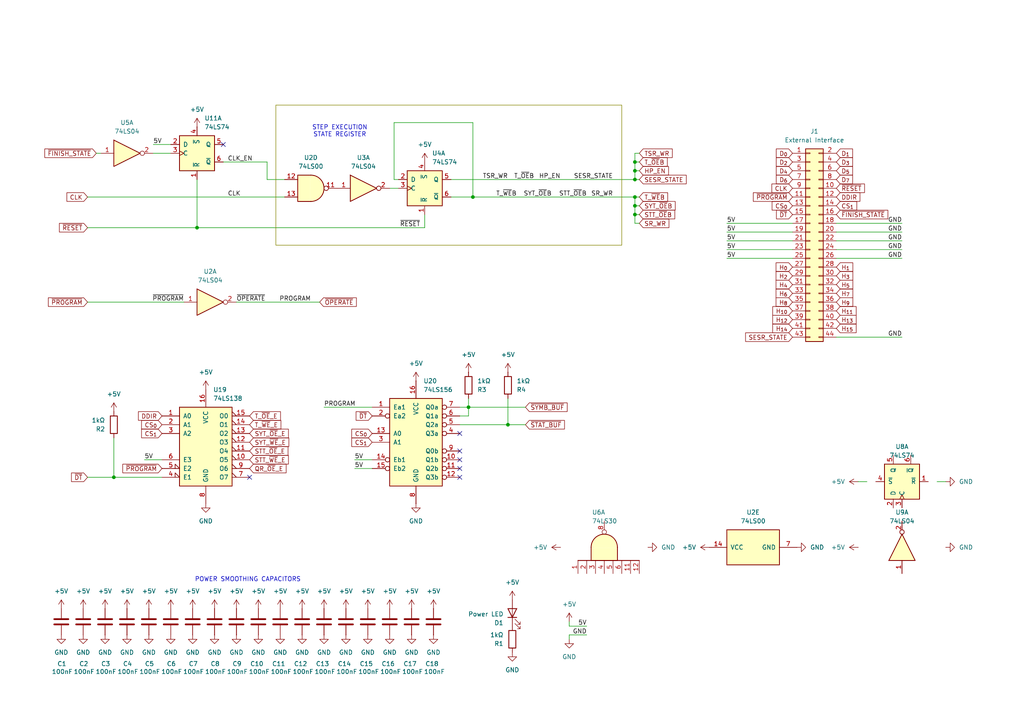
<source format=kicad_sch>
(kicad_sch (version 20250114) (generator "eeschema") (generator_version "9.0")
  (paper "A4")
  (lib_symbols
    (symbol "74xx:74LS00" (pin_names (offset 1.016))
      (property "Reference" "U" (at 0 1.27 0))
      (property "Value" "74LS00" (at 0 -1.27 0))
      (symbol "74LS00_1_1"
        (pin input line (at -7.62 2.54 0) (length 3.81) (name "~") (number "1"))
        (pin input line (at -7.62 -2.54 0) (length 3.81) (name "~") (number "2"))
        (pin output inverted (at 7.62 0 180) (length 3.81) (name "~") (number "3"))
      )
      (symbol "74LS00_1_2"
        (pin input inverted (at -7.62 2.54 0) (length 4.318) (name "~") (number "1"))
        (pin input inverted (at -7.62 -2.54 0) (length 4.318) (name "~") (number "2"))
        (pin output line (at 7.62 0 180) (length 3.81) (name "~") (number "3"))
      )
      (symbol "74LS00_2_1"
        (pin input line (at -7.62 2.54 0) (length 3.81) (name "~") (number "4"))
        (pin input line (at -7.62 -2.54 0) (length 3.81) (name "~") (number "5"))
        (pin output inverted (at 7.62 0 180) (length 3.81) (name "~") (number "6"))
      )
      (symbol "74LS00_2_2"
        (pin input inverted (at -7.62 2.54 0) (length 4.318) (name "~") (number "4"))
        (pin input inverted (at -7.62 -2.54 0) (length 4.318) (name "~") (number "5"))
        (pin output line (at 7.62 0 180) (length 3.81) (name "~") (number "6"))
      )
      (symbol "74LS00_3_1"
        (pin input line (at -7.62 2.54 0) (length 3.81) (name "~") (number "9"))
        (pin input line (at -7.62 -2.54 0) (length 3.81) (name "~") (number "10"))
        (pin output inverted (at 7.62 0 180) (length 3.81) (name "~") (number "8"))
      )
      (symbol "74LS00_3_2"
        (pin input inverted (at -7.62 2.54 0) (length 4.318) (name "~") (number "9"))
        (pin input inverted (at -7.62 -2.54 0) (length 4.318) (name "~") (number "10"))
        (pin output line (at 7.62 0 180) (length 3.81) (name "~") (number "8"))
      )
      (symbol "74LS00_4_1"
        (pin input line (at -7.62 2.54 0) (length 3.81) (name "~") (number "12"))
        (pin input line (at -7.62 -2.54 0) (length 3.81) (name "~") (number "13"))
        (pin output inverted (at 7.62 0 180) (length 3.81) (name "~") (number "11"))
      )
      (symbol "74LS00_4_2"
        (pin input inverted (at -7.62 2.54 0) (length 4.318) (name "~") (number "12"))
        (pin input inverted (at -7.62 -2.54 0) (length 4.318) (name "~") (number "13"))
        (pin output line (at 7.62 0 180) (length 3.81) (name "~") (number "11"))
      )
      (symbol "74LS00_5_0"
        (pin power_in line (at 0 12.7 270) (length 5.08) (name "VCC") (number "14"))
        (pin power_in line (at 0 -12.7 90) (length 5.08) (name "GND") (number "7"))
      )
    )
    (symbol "74xx:74LS04"
      (property "Reference" "U" (at 0 1.27 0))
      (property "Value" "74LS04" (at 0 -1.27 0))
      (symbol "74LS04_1_0"
        (pin input line (at -7.62 0 0) (length 3.81) (name "~") (number "1"))
        (pin output inverted (at 7.62 0 180) (length 3.81) (name "~") (number "2"))
      )
      (symbol "74LS04_2_0"
        (pin input line (at -7.62 0 0) (length 3.81) (name "~") (number "3"))
        (pin output inverted (at 7.62 0 180) (length 3.81) (name "~") (number "4"))
      )
      (symbol "74LS04_3_0"
        (pin input line (at -7.62 0 0) (length 3.81) (name "~") (number "5"))
        (pin output inverted (at 7.62 0 180) (length 3.81) (name "~") (number "6"))
      )
      (symbol "74LS04_4_0"
        (pin input line (at -7.62 0 0) (length 3.81) (name "~") (number "9"))
        (pin output inverted (at 7.62 0 180) (length 3.81) (name "~") (number "8"))
      )
      (symbol "74LS04_5_0"
        (pin input line (at -7.62 0 0) (length 3.81) (name "~") (number "11"))
        (pin output inverted (at 7.62 0 180) (length 3.81) (name "~") (number "10"))
      )
      (symbol "74LS04_6_0"
        (pin input line (at -7.62 0 0) (length 3.81) (name "~") (number "13"))
        (pin output inverted (at 7.62 0 180) (length 3.81) (name "~") (number "12"))
      )
      (symbol "74LS04_7_0"
        (pin power_in line (at 0 12.7 270) (length 5.08) (name "VCC") (number "14"))
        (pin power_in line (at 0 -12.7 90) (length 5.08) (name "GND") (number "7"))
      )
    )
    (symbol "74xx:74LS138" (pin_names (offset 1.016))
      (property "Reference" "U" (at -7.62 11.43 0))
      (property "Value" "74LS138" (at -7.62 -13.97 0))
      (symbol "74LS138_1_0"
        (pin input line (at -12.7 7.62 0) (length 5.08) (name "A0") (number "1"))
        (pin input line (at -12.7 5.08 0) (length 5.08) (name "A1") (number "2"))
        (pin input line (at -12.7 2.54 0) (length 5.08) (name "A2") (number "3"))
        (pin input line (at -12.7 -5.08 0) (length 5.08) (name "E3") (number "6"))
        (pin input input_low (at -12.7 -7.62 0) (length 5.08) (name "E2") (number "5"))
        (pin input input_low (at -12.7 -10.16 0) (length 5.08) (name "E1") (number "4"))
        (pin power_in line (at 0 15.24 270) (length 5.08) (name "VCC") (number "16"))
        (pin power_in line (at 0 -17.78 90) (length 5.08) (name "GND") (number "8"))
        (pin output output_low (at 12.7 7.62 180) (length 5.08) (name "O0") (number "15"))
        (pin output output_low (at 12.7 5.08 180) (length 5.08) (name "O1") (number "14"))
        (pin output output_low (at 12.7 2.54 180) (length 5.08) (name "O2") (number "13"))
        (pin output output_low (at 12.7 0 180) (length 5.08) (name "O3") (number "12"))
        (pin output output_low (at 12.7 -2.54 180) (length 5.08) (name "O4") (number "11"))
        (pin output output_low (at 12.7 -5.08 180) (length 5.08) (name "O5") (number "10"))
        (pin output output_low (at 12.7 -7.62 180) (length 5.08) (name "O6") (number "9"))
        (pin output output_low (at 12.7 -10.16 180) (length 5.08) (name "O7") (number "7"))
      )
    )
    (symbol "74xx:74LS156" (pin_names (offset 1.016))
      (property "Reference" "U" (at -7.62 13.97 0))
      (property "Value" "74LS156" (at -7.62 -13.97 0))
      (symbol "74LS156_1_0"
        (pin input line (at -12.7 10.16 0) (length 5.08) (name "Ea1") (number "1"))
        (pin input inverted (at -12.7 7.62 0) (length 5.08) (name "Ea2") (number "2"))
        (pin input line (at -12.7 2.54 0) (length 5.08) (name "A0") (number "13"))
        (pin input line (at -12.7 0 0) (length 5.08) (name "A1") (number "3"))
        (pin input inverted (at -12.7 -5.08 0) (length 5.08) (name "Eb1") (number "14"))
        (pin input inverted (at -12.7 -7.62 0) (length 5.08) (name "Eb2") (number "15"))
        (pin power_in line (at 0 17.78 270) (length 5.08) (name "VCC") (number "16"))
        (pin power_in line (at 0 -17.78 90) (length 5.08) (name "GND") (number "8"))
        (pin output inverted (at 12.7 10.16 180) (length 5.08) (name "Q0a") (number "7"))
        (pin output inverted (at 12.7 7.62 180) (length 5.08) (name "Q1a") (number "6"))
        (pin output inverted (at 12.7 5.08 180) (length 5.08) (name "Q2a") (number "5"))
        (pin output inverted (at 12.7 2.54 180) (length 5.08) (name "Q3a") (number "4"))
        (pin output inverted (at 12.7 -2.54 180) (length 5.08) (name "Q0b") (number "9"))
        (pin output inverted (at 12.7 -5.08 180) (length 5.08) (name "Q1b") (number "10"))
        (pin output inverted (at 12.7 -7.62 180) (length 5.08) (name "Q2b") (number "11"))
        (pin output inverted (at 12.7 -10.16 180) (length 5.08) (name "Q3b") (number "12"))
      )
    )
    (symbol "74xx:74LS30" (pin_names (offset 1.016))
      (property "Reference" "U" (at 0 1.27 0))
      (property "Value" "74LS30" (at 0 -1.27 0))
      (symbol "74LS30_1_1"
        (pin input line (at -7.62 7.62 0) (length 3.81) (name "~") (number "1"))
        (pin input line (at -7.62 5.08 0) (length 3.81) (name "~") (number "2"))
        (pin input line (at -7.62 2.54 0) (length 3.81) (name "~") (number "3"))
        (pin input line (at -7.62 0 0) (length 3.81) (name "~") (number "4"))
        (pin input line (at -7.62 -2.54 0) (length 3.81) (name "~") (number "5"))
        (pin input line (at -7.62 -5.08 0) (length 3.81) (name "~") (number "6"))
        (pin input line (at -7.62 -7.62 0) (length 3.81) (name "~") (number "11"))
        (pin input line (at -7.62 -10.16 0) (length 3.81) (name "~") (number "12"))
        (pin output inverted (at 7.62 0 180) (length 3.81) (name "~") (number "8"))
      )
      (symbol "74LS30_1_2"
        (pin input inverted (at -7.62 7.62 0) (length 3.81) (name "~") (number "1"))
        (pin input inverted (at -7.62 5.08 0) (length 3.81) (name "~") (number "2"))
        (pin input inverted (at -7.62 2.54 0) (length 4.5466) (name "~") (number "3"))
        (pin input inverted (at -7.62 0 0) (length 5.08) (name "~") (number "4"))
        (pin input inverted (at -7.62 -2.54 0) (length 4.5466) (name "~") (number "5"))
        (pin input inverted (at -7.62 -5.08 0) (length 3.81) (name "~") (number "6"))
        (pin input inverted (at -7.62 -7.62 0) (length 3.81) (name "~") (number "11"))
        (pin input inverted (at -7.62 -10.16 0) (length 3.81) (name "~") (number "12"))
        (pin output line (at 7.62 0 180) (length 3.81) (name "~") (number "8"))
      )
      (symbol "74LS30_2_0"
        (pin power_in line (at 0 12.7 270) (length 5.08) (name "VCC") (number "14"))
        (pin power_in line (at 0 -12.7 90) (length 5.08) (name "GND") (number "7"))
      )
    )
    (symbol "74xx:74LS74" (pin_names (offset 1.016))
      (property "Reference" "U" (at -7.62 8.89 0))
      (property "Value" "74LS74" (at -7.62 -8.89 0))
      (symbol "74LS74_1_0"
        (pin input line (at -7.62 2.54 0) (length 2.54) (name "D") (number "2"))
        (pin input clock (at -7.62 0 0) (length 2.54) (name "C") (number "3"))
        (pin input line (at 0 7.62 270) (length 2.54) (name "~{S}") (number "4"))
        (pin input line (at 0 -7.62 90) (length 2.54) (name "~{R}") (number "1"))
        (pin output line (at 7.62 2.54 180) (length 2.54) (name "Q") (number "5"))
        (pin output line (at 7.62 -2.54 180) (length 2.54) (name "~{Q}") (number "6"))
      )
      (symbol "74LS74_2_0"
        (pin input line (at -7.62 2.54 0) (length 2.54) (name "D") (number "12"))
        (pin input clock (at -7.62 0 0) (length 2.54) (name "C") (number "11"))
        (pin input line (at 0 7.62 270) (length 2.54) (name "~{S}") (number "10"))
        (pin input line (at 0 -7.62 90) (length 2.54) (name "~{R}") (number "13"))
        (pin output line (at 7.62 2.54 180) (length 2.54) (name "Q") (number "9"))
        (pin output line (at 7.62 -2.54 180) (length 2.54) (name "~{Q}") (number "8"))
      )
      (symbol "74LS74_3_0"
        (pin power_in line (at 0 10.16 270) (length 2.54) (name "VCC") (number "14"))
        (pin power_in line (at 0 -10.16 90) (length 2.54) (name "GND") (number "7"))
      )
    )
    (symbol "Connector_Generic:Conn_02x22_Odd_Even" (pin_names (offset 1.016) (hide yes))
      (property "Reference" "J" (at 1.27 27.94 0))
      (property "Value" "Conn_02x22_Odd_Even" (at 1.27 -30.48 0))
      (symbol "Conn_02x22_Odd_Even_1_1"
        (pin passive line (at -5.08 25.4 0) (length 3.81) (name "Pin_1") (number "1"))
        (pin passive line (at -5.08 22.86 0) (length 3.81) (name "Pin_3") (number "3"))
        (pin passive line (at -5.08 20.32 0) (length 3.81) (name "Pin_5") (number "5"))
        (pin passive line (at -5.08 17.78 0) (length 3.81) (name "Pin_7") (number "7"))
        (pin passive line (at -5.08 15.24 0) (length 3.81) (name "Pin_9") (number "9"))
        (pin passive line (at -5.08 12.7 0) (length 3.81) (name "Pin_11") (number "11"))
        (pin passive line (at -5.08 10.16 0) (length 3.81) (name "Pin_13") (number "13"))
        (pin passive line (at -5.08 7.62 0) (length 3.81) (name "Pin_15") (number "15"))
        (pin passive line (at -5.08 5.08 0) (length 3.81) (name "Pin_17") (number "17"))
        (pin passive line (at -5.08 2.54 0) (length 3.81) (name "Pin_19") (number "19"))
        (pin passive line (at -5.08 0 0) (length 3.81) (name "Pin_21") (number "21"))
        (pin passive line (at -5.08 -2.54 0) (length 3.81) (name "Pin_23") (number "23"))
        (pin passive line (at -5.08 -5.08 0) (length 3.81) (name "Pin_25") (number "25"))
        (pin passive line (at -5.08 -7.62 0) (length 3.81) (name "Pin_27") (number "27"))
        (pin passive line (at -5.08 -10.16 0) (length 3.81) (name "Pin_29") (number "29"))
        (pin passive line (at -5.08 -12.7 0) (length 3.81) (name "Pin_31") (number "31"))
        (pin passive line (at -5.08 -15.24 0) (length 3.81) (name "Pin_33") (number "33"))
        (pin passive line (at -5.08 -17.78 0) (length 3.81) (name "Pin_35") (number "35"))
        (pin passive line (at -5.08 -20.32 0) (length 3.81) (name "Pin_37") (number "37"))
        (pin passive line (at -5.08 -22.86 0) (length 3.81) (name "Pin_39") (number "39"))
        (pin passive line (at -5.08 -25.4 0) (length 3.81) (name "Pin_41") (number "41"))
        (pin passive line (at -5.08 -27.94 0) (length 3.81) (name "Pin_43") (number "43"))
        (pin passive line (at 7.62 25.4 180) (length 3.81) (name "Pin_2") (number "2"))
        (pin passive line (at 7.62 22.86 180) (length 3.81) (name "Pin_4") (number "4"))
        (pin passive line (at 7.62 20.32 180) (length 3.81) (name "Pin_6") (number "6"))
        (pin passive line (at 7.62 17.78 180) (length 3.81) (name "Pin_8") (number "8"))
        (pin passive line (at 7.62 15.24 180) (length 3.81) (name "Pin_10") (number "10"))
        (pin passive line (at 7.62 12.7 180) (length 3.81) (name "Pin_12") (number "12"))
        (pin passive line (at 7.62 10.16 180) (length 3.81) (name "Pin_14") (number "14"))
        (pin passive line (at 7.62 7.62 180) (length 3.81) (name "Pin_16") (number "16"))
        (pin passive line (at 7.62 5.08 180) (length 3.81) (name "Pin_18") (number "18"))
        (pin passive line (at 7.62 2.54 180) (length 3.81) (name "Pin_20") (number "20"))
        (pin passive line (at 7.62 0 180) (length 3.81) (name "Pin_22") (number "22"))
        (pin passive line (at 7.62 -2.54 180) (length 3.81) (name "Pin_24") (number "24"))
        (pin passive line (at 7.62 -5.08 180) (length 3.81) (name "Pin_26") (number "26"))
        (pin passive line (at 7.62 -7.62 180) (length 3.81) (name "Pin_28") (number "28"))
        (pin passive line (at 7.62 -10.16 180) (length 3.81) (name "Pin_30") (number "30"))
        (pin passive line (at 7.62 -12.7 180) (length 3.81) (name "Pin_32") (number "32"))
        (pin passive line (at 7.62 -15.24 180) (length 3.81) (name "Pin_34") (number "34"))
        (pin passive line (at 7.62 -17.78 180) (length 3.81) (name "Pin_36") (number "36"))
        (pin passive line (at 7.62 -20.32 180) (length 3.81) (name "Pin_38") (number "38"))
        (pin passive line (at 7.62 -22.86 180) (length 3.81) (name "Pin_40") (number "40"))
        (pin passive line (at 7.62 -25.4 180) (length 3.81) (name "Pin_42") (number "42"))
        (pin passive line (at 7.62 -27.94 180) (length 3.81) (name "Pin_44") (number "44"))
      )
    )
    (symbol "Device:C" (pin_numbers (hide yes)) (pin_names (offset 0.254))
      (property "Reference" "C" (at 0.635 2.54 0))
      (property "Value" "C" (at 0.635 -2.54 0))
      (symbol "C_1_1"
        (pin passive line (at 0 3.81 270) (length 2.794) (name "~") (number "1"))
        (pin passive line (at 0 -3.81 90) (length 2.794) (name "~") (number "2"))
      )
    )
    (symbol "Device:LED" (pin_numbers (hide yes)) (pin_names (offset 1.016) (hide yes))
      (property "Reference" "D" (at 0 2.54 0))
      (property "Value" "LED" (at 0 -2.54 0))
      (symbol "LED_1_1"
        (pin passive line (at -3.81 0 0) (length 2.54) (name "K") (number "1"))
        (pin passive line (at 3.81 0 180) (length 2.54) (name "A") (number "2"))
      )
    )
    (symbol "Device:R" (pin_numbers (hide yes)) (pin_names (offset 0))
      (property "Reference" "R" (at 2.032 0 90))
      (property "Value" "R" (at 0 0 90))
      (symbol "R_1_1"
        (pin passive line (at 0 3.81 270) (length 1.27) (name "~") (number "1"))
        (pin passive line (at 0 -3.81 90) (length 1.27) (name "~") (number "2"))
      )
    )
    (symbol "power:+5V" (power) (pin_numbers (hide yes)) (pin_names (offset 0) (hide yes))
      (property "Value" "+5V" (at 0 3.556 0))
      (symbol "+5V_1_1"
        (pin power_in line (at 0 0 90) (length 0) (name "~") (number "1"))
      )
    )
    (symbol "power:GND" (power) (pin_numbers (hide yes)) (pin_names (offset 0) (hide yes))
      (property "Value" "GND" (at 0 -3.81 0))
      (symbol "GND_1_1"
        (pin power_in line (at 0 0 270) (length 0) (name "~") (number "1"))
      )
    )
  )
  (rectangle (start 80.01 30.48) (end 180.34 71.12) (stroke (width 0) (color 132 132 0 1)))
  (text "STEP EXECUTION\nSTATE REGISTER" (at 98.552 38.1 0) (effects (font (size 1.27 1.27))))
  (text "POWER SMOOTHING CAPACITORS" (at 71.882 168.148 0) (effects (font (size 1.27 1.27))))
  (junction (at 147.32 123.19))
  (junction (at 184.15 62.23))
  (junction (at 184.15 57.15))
  (junction (at 57.15 66.04))
  (junction (at 135.89 118.11))
  (junction (at 184.15 52.07))
  (junction (at 184.15 49.53))
  (junction (at 33.02 138.43))
  (junction (at 184.15 59.69))
  (junction (at 137.16 57.15))
  (junction (at 184.15 46.99))
  (no_connect (at 133.35 138.43))
  (no_connect (at 133.35 125.73))
  (no_connect (at 133.35 133.35))
  (no_connect (at 133.35 130.81))
  (no_connect (at 64.77 41.91))
  (no_connect (at 133.35 135.89))
  (no_connect (at 72.39 138.43))
  (wire (pts (xy 135.89 115.57) (xy 135.89 118.11)))
  (wire (pts (xy 165.1 180.34) (xy 165.1 181.61)))
  (wire (pts (xy 261.62 69.85) (xy 242.57 69.85)))
  (wire (pts (xy 261.62 67.31) (xy 242.57 67.31)))
  (wire (pts (xy 93.98 118.11) (xy 107.95 118.11)))
  (wire (pts (xy 165.1 184.15) (xy 170.18 184.15)))
  (wire (pts (xy 185.42 57.15) (xy 184.15 57.15)))
  (wire (pts (xy 184.15 59.69) (xy 185.42 59.69)))
  (wire (pts (xy 137.16 57.15) (xy 184.15 57.15)))
  (wire (pts (xy 114.3 52.07) (xy 115.57 52.07)))
  (wire (pts (xy 44.45 44.45) (xy 49.53 44.45)))
  (wire (pts (xy 184.15 64.77) (xy 185.42 64.77)))
  (wire (pts (xy 107.95 135.89) (xy 102.87 135.89)))
  (wire (pts (xy 113.03 54.61) (xy 115.57 54.61)))
  (wire (pts (xy 210.82 74.93) (xy 229.87 74.93)))
  (wire (pts (xy 137.16 35.56) (xy 114.3 35.56)))
  (wire (pts (xy 57.15 66.04) (xy 123.19 66.04)))
  (wire (pts (xy 184.15 62.23) (xy 184.15 64.77)))
  (wire (pts (xy 261.62 97.79) (xy 242.57 97.79)))
  (wire (pts (xy 25.4 138.43) (xy 33.02 138.43)))
  (wire (pts (xy 135.89 120.65) (xy 135.89 118.11)))
  (wire (pts (xy 210.82 64.77) (xy 229.87 64.77)))
  (wire (pts (xy 152.4 118.11) (xy 135.89 118.11)))
  (wire (pts (xy 77.47 52.07) (xy 82.55 52.07)))
  (wire (pts (xy 210.82 69.85) (xy 229.87 69.85)))
  (wire (pts (xy 261.62 74.93) (xy 242.57 74.93)))
  (wire (pts (xy 210.82 67.31) (xy 229.87 67.31)))
  (wire (pts (xy 271.78 139.7) (xy 274.32 139.7)))
  (wire (pts (xy 64.77 46.99) (xy 77.47 46.99)))
  (wire (pts (xy 25.4 66.04) (xy 57.15 66.04)))
  (wire (pts (xy 248.92 139.7) (xy 251.46 139.7)))
  (wire (pts (xy 261.62 72.39) (xy 242.57 72.39)))
  (wire (pts (xy 133.35 123.19) (xy 147.32 123.19)))
  (wire (pts (xy 123.19 66.04) (xy 123.19 62.23)))
  (wire (pts (xy 184.15 62.23) (xy 185.42 62.23)))
  (wire (pts (xy 165.1 181.61) (xy 170.18 181.61)))
  (wire (pts (xy 184.15 46.99) (xy 185.42 46.99)))
  (wire (pts (xy 107.95 133.35) (xy 102.87 133.35)))
  (wire (pts (xy 33.02 127) (xy 33.02 138.43)))
  (wire (pts (xy 33.02 138.43) (xy 46.99 138.43)))
  (wire (pts (xy 130.81 57.15) (xy 137.16 57.15)))
  (wire (pts (xy 29.21 44.45) (xy 27.94 44.45)))
  (wire (pts (xy 261.62 64.77) (xy 242.57 64.77)))
  (wire (pts (xy 185.42 52.07) (xy 184.15 52.07)))
  (wire (pts (xy 57.15 52.07) (xy 57.15 66.04)))
  (wire (pts (xy 130.81 52.07) (xy 184.15 52.07)))
  (wire (pts (xy 77.47 46.99) (xy 77.47 52.07)))
  (wire (pts (xy 25.4 57.15) (xy 82.55 57.15)))
  (wire (pts (xy 184.15 44.45) (xy 185.42 44.45)))
  (wire (pts (xy 184.15 46.99) (xy 184.15 49.53)))
  (wire (pts (xy 147.32 115.57) (xy 147.32 123.19)))
  (wire (pts (xy 44.45 41.91) (xy 49.53 41.91)))
  (wire (pts (xy 25.4 87.63) (xy 53.34 87.63)))
  (wire (pts (xy 114.3 35.56) (xy 114.3 52.07)))
  (wire (pts (xy 133.35 120.65) (xy 135.89 120.65)))
  (wire (pts (xy 165.1 184.15) (xy 165.1 185.42)))
  (wire (pts (xy 147.32 123.19) (xy 152.4 123.19)))
  (wire (pts (xy 184.15 59.69) (xy 184.15 62.23)))
  (wire (pts (xy 68.58 87.63) (xy 92.71 87.63)))
  (wire (pts (xy 184.15 49.53) (xy 184.15 52.07)))
  (wire (pts (xy 184.15 44.45) (xy 184.15 46.99)))
  (wire (pts (xy 210.82 72.39) (xy 229.87 72.39)))
  (wire (pts (xy 135.89 118.11) (xy 133.35 118.11)))
  (wire (pts (xy 184.15 57.15) (xy 184.15 59.69)))
  (wire (pts (xy 137.16 35.56) (xy 137.16 57.15)))
  (wire (pts (xy 46.99 133.35) (xy 41.91 133.35)))
  (wire (pts (xy 184.15 49.53) (xy 185.42 49.53)))
  (label "5V" (at 102.87 135.89 0))
  (label "5V" (at 210.82 67.31 0))
  (label "5V" (at 102.87 133.35 0))
  (label "5V" (at 170.18 181.61 180))
  (label "GND" (at 261.62 64.77 180))
  (label "5V" (at 41.91 133.35 0))
  (label "T_~{WE}B" (at 149.86 57.15 180))
  (label "STT_~{OE}B" (at 170.18 57.15 180))
  (label "SYT_~{OE}B" (at 160.02 57.15 180))
  (label "5V" (at 210.82 69.85 0))
  (label "HP_EN" (at 162.56 52.07 180))
  (label "~{RESET}" (at 121.92 66.04 180))
  (label "~{OPERATE}" (at 68.58 87.63 0))
  (label "5V" (at 210.82 64.77 0))
  (label "5V" (at 210.82 74.93 0))
  (label "PROGRAM" (at 93.98 118.11 0))
  (label "TSR_WR" (at 147.32 52.07 180))
  (label "5V" (at 44.45 41.91 0))
  (label "GND" (at 170.18 184.15 180))
  (label "PROGRAM" (at 90.17 87.63 180))
  (label "GND" (at 261.62 97.79 180))
  (label "CLK" (at 66.04 57.15 0))
  (label "GND" (at 261.62 72.39 180))
  (label "5V" (at 210.82 72.39 0))
  (label "GND" (at 261.62 69.85 180))
  (label "~{PROGRAM}" (at 53.34 87.63 180))
  (label "GND" (at 261.62 67.31 180))
  (label "SR_WR" (at 177.8 57.15 180))
  (label "T_~{OE}B" (at 154.94 52.07 180))
  (label "CLK_EN" (at 66.04 46.99 0))
  (label "SESR_STATE" (at 177.8 52.07 180))
  (label "GND" (at 261.62 74.93 180))
  (global_label "~{OPERATE}" (shape input) (at 92.71 87.63 0) (property "Intersheetrefs" "${INTERSHEET_REFS}" (effects (hide yes))))
  (global_label "H_{11}" (shape input) (at 242.57 90.17 0) (property "Intersheetrefs" "${INTERSHEET_REFS}" (effects (hide yes))))
  (global_label "~{PROGRAM}" (shape input) (at 229.87 57.15 180) (property "Intersheetrefs" "${INTERSHEET_REFS}" (effects (hide yes))))
  (global_label "D_{3}" (shape input) (at 242.57 46.99 0) (property "Intersheetrefs" "${INTERSHEET_REFS}" (effects (hide yes))))
  (global_label "~{RESET}" (shape input) (at 25.4 66.04 180) (property "Intersheetrefs" "${INTERSHEET_REFS}" (effects (hide yes))))
  (global_label "~{RESET}" (shape input) (at 242.57 54.61 0) (property "Intersheetrefs" "${INTERSHEET_REFS}" (effects (hide yes))))
  (global_label "H_{13}" (shape input) (at 242.57 92.71 0) (property "Intersheetrefs" "${INTERSHEET_REFS}" (effects (hide yes))))
  (global_label "~{DT}" (shape input) (at 107.95 120.65 180) (property "Intersheetrefs" "${INTERSHEET_REFS}" (effects (hide yes))))
  (global_label "T_~{WE}_E" (shape input) (at 72.39 123.19 0) (property "Intersheetrefs" "${INTERSHEET_REFS}" (effects (hide yes))))
  (global_label "~{FINISH_STATE}" (shape input) (at 27.94 44.45 180) (property "Intersheetrefs" "${INTERSHEET_REFS}" (effects (hide yes))))
  (global_label "DDIR" (shape input) (at 46.99 120.65 180) (property "Intersheetrefs" "${INTERSHEET_REFS}" (effects (hide yes))))
  (global_label "H_{7}" (shape input) (at 242.57 85.09 0) (property "Intersheetrefs" "${INTERSHEET_REFS}" (effects (hide yes))))
  (global_label "STT_~{OE}B" (shape input) (at 185.42 62.23 0) (property "Intersheetrefs" "${INTERSHEET_REFS}" (effects (hide yes))))
  (global_label "H_{12}" (shape input) (at 229.87 92.71 180) (property "Intersheetrefs" "${INTERSHEET_REFS}" (effects (hide yes))))
  (global_label "SESR_STATE" (shape input) (at 229.87 97.79 180) (property "Intersheetrefs" "${INTERSHEET_REFS}" (effects (hide yes))))
  (global_label "~{DT}" (shape input) (at 25.4 138.43 180) (property "Intersheetrefs" "${INTERSHEET_REFS}" (effects (hide yes))))
  (global_label "D_{5}" (shape input) (at 242.57 49.53 0) (property "Intersheetrefs" "${INTERSHEET_REFS}" (effects (hide yes))))
  (global_label "CLK" (shape input) (at 25.4 57.15 180) (property "Intersheetrefs" "${INTERSHEET_REFS}" (effects (hide yes))))
  (global_label "H_{1}" (shape input) (at 242.57 77.47 0) (property "Intersheetrefs" "${INTERSHEET_REFS}" (effects (hide yes))))
  (global_label "CS_{1}" (shape input) (at 242.57 59.69 0) (property "Intersheetrefs" "${INTERSHEET_REFS}" (effects (hide yes))))
  (global_label "H_{2}" (shape input) (at 229.87 80.01 180) (property "Intersheetrefs" "${INTERSHEET_REFS}" (effects (hide yes))))
  (global_label "~{FINISH_STATE}" (shape input) (at 242.57 62.23 0) (property "Intersheetrefs" "${INTERSHEET_REFS}" (effects (hide yes))))
  (global_label "H_{15}" (shape input) (at 242.57 95.25 0) (property "Intersheetrefs" "${INTERSHEET_REFS}" (effects (hide yes))))
  (global_label "D_{4}" (shape input) (at 229.87 49.53 180) (property "Intersheetrefs" "${INTERSHEET_REFS}" (effects (hide yes))))
  (global_label "CS_{0}" (shape input) (at 107.95 125.73 180) (property "Intersheetrefs" "${INTERSHEET_REFS}" (effects (hide yes))))
  (global_label "~{STAT_BUF}" (shape input) (at 152.4 123.19 0) (property "Intersheetrefs" "${INTERSHEET_REFS}" (effects (hide yes))))
  (global_label "H_{4}" (shape input) (at 229.87 82.55 180) (property "Intersheetrefs" "${INTERSHEET_REFS}" (effects (hide yes))))
  (global_label "STT_~{OE}_E" (shape input) (at 72.39 130.81 0) (property "Intersheetrefs" "${INTERSHEET_REFS}" (effects (hide yes))))
  (global_label "T_~{WE}B" (shape input) (at 185.42 57.15 0) (property "Intersheetrefs" "${INTERSHEET_REFS}" (effects (hide yes))))
  (global_label "D_{7}" (shape input) (at 242.57 52.07 0) (property "Intersheetrefs" "${INTERSHEET_REFS}" (effects (hide yes))))
  (global_label "SYT_~{WE}_E" (shape input) (at 72.39 128.27 0) (property "Intersheetrefs" "${INTERSHEET_REFS}" (effects (hide yes))))
  (global_label "CS_{1}" (shape input) (at 46.99 125.73 180) (property "Intersheetrefs" "${INTERSHEET_REFS}" (effects (hide yes))))
  (global_label "STT_~{WE}_E" (shape input) (at 72.39 133.35 0) (property "Intersheetrefs" "${INTERSHEET_REFS}" (effects (hide yes))))
  (global_label "H_{0}" (shape input) (at 229.87 77.47 180) (property "Intersheetrefs" "${INTERSHEET_REFS}" (effects (hide yes))))
  (global_label "D_{2}" (shape input) (at 229.87 46.99 180) (property "Intersheetrefs" "${INTERSHEET_REFS}" (effects (hide yes))))
  (global_label "HP_EN" (shape input) (at 185.42 49.53 0) (property "Intersheetrefs" "${INTERSHEET_REFS}" (effects (hide yes))))
  (global_label "CLK" (shape input) (at 229.87 54.61 180) (property "Intersheetrefs" "${INTERSHEET_REFS}" (effects (hide yes))))
  (global_label "CS_{0}" (shape input) (at 46.99 123.19 180) (property "Intersheetrefs" "${INTERSHEET_REFS}" (effects (hide yes))))
  (global_label "TSR_WR" (shape input) (at 185.42 44.45 0) (property "Intersheetrefs" "${INTERSHEET_REFS}" (effects (hide yes))))
  (global_label "H_{14}" (shape input) (at 229.87 95.25 180) (property "Intersheetrefs" "${INTERSHEET_REFS}" (effects (hide yes))))
  (global_label "QR_~{OE}_E" (shape input) (at 72.39 135.89 0) (property "Intersheetrefs" "${INTERSHEET_REFS}" (effects (hide yes))))
  (global_label "SR_WR" (shape input) (at 185.42 64.77 0) (property "Intersheetrefs" "${INTERSHEET_REFS}" (effects (hide yes))))
  (global_label "SYT_~{OE}_E" (shape input) (at 72.39 125.73 0) (property "Intersheetrefs" "${INTERSHEET_REFS}" (effects (hide yes))))
  (global_label "~{DT}" (shape input) (at 229.87 62.23 180) (property "Intersheetrefs" "${INTERSHEET_REFS}" (effects (hide yes))))
  (global_label "H_{5}" (shape input) (at 242.57 82.55 0) (property "Intersheetrefs" "${INTERSHEET_REFS}" (effects (hide yes))))
  (global_label "CS_{1}" (shape input) (at 107.95 128.27 180) (property "Intersheetrefs" "${INTERSHEET_REFS}" (effects (hide yes))))
  (global_label "H_{6}" (shape input) (at 229.87 85.09 180) (property "Intersheetrefs" "${INTERSHEET_REFS}" (effects (hide yes))))
  (global_label "~{PROGRAM}" (shape input) (at 25.4 87.63 180) (property "Intersheetrefs" "${INTERSHEET_REFS}" (effects (hide yes))))
  (global_label "H_{9}" (shape input) (at 242.57 87.63 0) (property "Intersheetrefs" "${INTERSHEET_REFS}" (effects (hide yes))))
  (global_label "DDIR" (shape input) (at 242.57 57.15 0) (property "Intersheetrefs" "${INTERSHEET_REFS}" (effects (hide yes))))
  (global_label "D_{1}" (shape input) (at 242.57 44.45 0) (property "Intersheetrefs" "${INTERSHEET_REFS}" (effects (hide yes))))
  (global_label "D_{6}" (shape input) (at 229.87 52.07 180) (property "Intersheetrefs" "${INTERSHEET_REFS}" (effects (hide yes))))
  (global_label "SESR_STATE" (shape input) (at 185.42 52.07 0) (property "Intersheetrefs" "${INTERSHEET_REFS}" (effects (hide yes))))
  (global_label "~{SYMB_BUF}" (shape input) (at 152.4 118.11 0) (property "Intersheetrefs" "${INTERSHEET_REFS}" (effects (hide yes))))
  (global_label "CS_{0}" (shape input) (at 229.87 59.69 180) (property "Intersheetrefs" "${INTERSHEET_REFS}" (effects (hide yes))))
  (global_label "D_{0}" (shape input) (at 229.87 44.45 180) (property "Intersheetrefs" "${INTERSHEET_REFS}" (effects (hide yes))))
  (global_label "SYT_~{OE}B" (shape input) (at 185.42 59.69 0) (property "Intersheetrefs" "${INTERSHEET_REFS}" (effects (hide yes))))
  (global_label "T_~{OE}B" (shape input) (at 185.42 46.99 0) (property "Intersheetrefs" "${INTERSHEET_REFS}" (effects (hide yes))))
  (global_label "H_{3}" (shape input) (at 242.57 80.01 0) (property "Intersheetrefs" "${INTERSHEET_REFS}" (effects (hide yes))))
  (global_label "T_~{OE}_E" (shape input) (at 72.39 120.65 0) (property "Intersheetrefs" "${INTERSHEET_REFS}" (effects (hide yes))))
  (global_label "H_{8}" (shape input) (at 229.87 87.63 180) (property "Intersheetrefs" "${INTERSHEET_REFS}" (effects (hide yes))))
  (global_label "H_{10}" (shape input) (at 229.87 90.17 180) (property "Intersheetrefs" "${INTERSHEET_REFS}" (effects (hide yes))))
  (global_label "~{PROGRAM}" (shape input) (at 46.99 135.89 180) (property "Intersheetrefs" "${INTERSHEET_REFS}" (effects (hide yes))))
  (symbol (lib_id "power:+5V") (at 148.59 173.99 0) (unit 1)
    (property "Reference" "#PWR086" (effects (hide yes)))
    (property "Value" "+5V" (at 148.59 168.91 0))
    (property "Description" "Power symbol creates a global label with name \"+5V\"" (effects (hide yes)))
  )
  (symbol (lib_id "power:+5V") (at 43.18 176.53 0) (unit 1)
    (property "Reference" "#PWR09" (effects (hide yes)))
    (property "Value" "+5V" (at 43.18 171.45 0))
    (property "Description" "Power symbol creates a global label with name \"+5V\"" (effects (hide yes)))
  )
  (symbol (lib_id "Device:C") (at 113.03 180.34 0) (mirror y) (unit 1)
    (property "Reference" "C16" (at 114.554 192.532 0) (effects (justify left)))
    (property "Value" "100nF" (at 116.332 194.818 0) (effects (justify left)))
    (property "Footprint" "Capacitor_THT:C_Disc_D3.8mm_W2.6mm_P2.50mm" (effects (hide yes)))
    (property "Description" "Unpolarized capacitor" (effects (hide yes)))
  )
  (symbol (lib_id "Device:C") (at 62.23 180.34 0) (mirror y) (unit 1)
    (property "Reference" "C8" (at 63.754 192.532 0) (effects (justify left)))
    (property "Value" "100nF" (at 65.532 194.818 0) (effects (justify left)))
    (property "Footprint" "Capacitor_THT:C_Disc_D3.8mm_W2.6mm_P2.50mm" (effects (hide yes)))
    (property "Description" "Unpolarized capacitor" (effects (hide yes)))
  )
  (symbol (lib_id "power:+5V") (at 147.32 107.95 0) (mirror y) (unit 1)
    (property "Reference" "#PWR096" (effects (hide yes)))
    (property "Value" "+5V" (at 147.32 102.87 0))
    (property "Description" "Power symbol creates a global label with name \"+5V\"" (effects (hide yes)))
  )
  (symbol (lib_id "power:GND") (at 17.78 184.15 0) (unit 1)
    (property "Reference" "#PWR02" (effects (hide yes)))
    (property "Value" "GND" (at 17.78 189.23 0))
    (property "Description" "Power symbol creates a global label with name \"GND\" , ground" (effects (hide yes)))
  )
  (symbol (lib_id "Device:C") (at 17.78 180.34 0) (mirror y) (unit 1)
    (property "Reference" "C1" (at 19.304 192.532 0) (effects (justify left)))
    (property "Value" "100nF" (at 21.082 194.818 0) (effects (justify left)))
    (property "Footprint" "Capacitor_THT:C_Disc_D3.8mm_W2.6mm_P2.50mm" (effects (hide yes)))
    (property "Description" "Unpolarized capacitor" (effects (hide yes)))
  )
  (symbol (lib_id "power:+5V") (at 30.48 176.53 0) (unit 1)
    (property "Reference" "#PWR05" (effects (hide yes)))
    (property "Value" "+5V" (at 30.48 171.45 0))
    (property "Description" "Power symbol creates a global label with name \"+5V\"" (effects (hide yes)))
  )
  (symbol (lib_id "Device:C") (at 125.73 180.34 0) (mirror y) (unit 1)
    (property "Reference" "C18" (at 127.254 192.532 0) (effects (justify left)))
    (property "Value" "100nF" (at 129.032 194.818 0) (effects (justify left)))
    (property "Footprint" "Capacitor_THT:C_Disc_D3.8mm_W2.6mm_P2.50mm" (effects (hide yes)))
    (property "Description" "Unpolarized capacitor" (effects (hide yes)))
  )
  (symbol (lib_id "power:+5V") (at 125.73 176.53 0) (unit 1)
    (property "Reference" "#PWR036" (effects (hide yes)))
    (property "Value" "+5V" (at 125.73 171.45 0))
    (property "Description" "Power symbol creates a global label with name \"+5V\"" (effects (hide yes)))
  )
  (symbol (lib_id "power:+5V") (at 55.88 176.53 0) (unit 1)
    (property "Reference" "#PWR013" (effects (hide yes)))
    (property "Value" "+5V" (at 55.88 171.45 0))
    (property "Description" "Power symbol creates a global label with name \"+5V\"" (effects (hide yes)))
  )
  (symbol (lib_id "power:+5V") (at 100.33 176.53 0) (unit 1)
    (property "Reference" "#PWR028" (effects (hide yes)))
    (property "Value" "+5V" (at 100.33 171.45 0))
    (property "Description" "Power symbol creates a global label with name \"+5V\"" (effects (hide yes)))
  )
  (symbol (lib_id "74xx:74LS156") (at 120.65 128.27 0) (unit 1)
    (property "Reference" "U20" (at 122.7933 110.49 0) (effects (justify left)))
    (property "Value" "74LS156" (at 122.7933 113.03 0) (effects (justify left)))
    (property "Footprint" "Package_DIP:DIP-16_W7.62mm" (effects (hide yes)))
    (property "Datasheet" "http://www.ti.com/lit/gpn/sn74LS156" (effects (hide yes)))
    (property "Description" "Dual 2 to 4 lines Decoder/Demultiplexer, Open Collector" (effects (hide yes)))
  )
  (symbol (lib_id "power:GND") (at 55.88 184.15 0) (unit 1)
    (property "Reference" "#PWR014" (effects (hide yes)))
    (property "Value" "GND" (at 55.88 189.23 0))
    (property "Description" "Power symbol creates a global label with name \"GND\" , ground" (effects (hide yes)))
  )
  (symbol (lib_id "power:GND") (at 87.63 184.15 0) (unit 1)
    (property "Reference" "#PWR025" (effects (hide yes)))
    (property "Value" "GND" (at 87.63 189.23 0))
    (property "Description" "Power symbol creates a global label with name \"GND\" , ground" (effects (hide yes)))
  )
  (symbol (lib_id "Device:C") (at 55.88 180.34 0) (mirror y) (unit 1)
    (property "Reference" "C7" (at 57.404 192.532 0) (effects (justify left)))
    (property "Value" "100nF" (at 59.182 194.818 0) (effects (justify left)))
    (property "Footprint" "Capacitor_THT:C_Disc_D3.8mm_W2.6mm_P2.50mm" (effects (hide yes)))
    (property "Description" "Unpolarized capacitor" (effects (hide yes)))
  )
  (symbol (lib_id "power:GND") (at 231.14 158.75 90) (unit 1)
    (property "Reference" "#PWR043" (effects (hide yes)))
    (property "Value" "GND" (at 234.95 158.7499 90) (effects (justify right)))
    (property "Description" "Power symbol creates a global label with name \"GND\" , ground" (effects (hide yes)))
  )
  (symbol (lib_id "74xx:74LS04") (at 105.41 54.61 0) (unit 1)
    (property "Reference" "U3" (at 105.41 45.72 0))
    (property "Value" "74LS04" (at 105.41 48.26 0))
    (property "Footprint" "Package_DIP:DIP-14_W7.62mm" (effects (hide yes)))
    (property "Datasheet" "http://www.ti.com/lit/gpn/sn74LS04" (effects (hide yes)))
    (property "Description" "Hex Inverter" (effects (hide yes)))
  )
  (symbol (lib_id "power:+5V") (at 87.63 176.53 0) (unit 1)
    (property "Reference" "#PWR024" (effects (hide yes)))
    (property "Value" "+5V" (at 87.63 171.45 0))
    (property "Description" "Power symbol creates a global label with name \"+5V\"" (effects (hide yes)))
  )
  (symbol (lib_id "power:+5V") (at 57.15 36.83 0) (unit 1)
    (property "Reference" "#PWR087" (effects (hide yes)))
    (property "Value" "+5V" (at 57.15 31.75 0))
    (property "Description" "Power symbol creates a global label with name \"+5V\"" (effects (hide yes)))
  )
  (symbol (lib_id "power:+5V") (at 93.98 176.53 0) (unit 1)
    (property "Reference" "#PWR026" (effects (hide yes)))
    (property "Value" "+5V" (at 93.98 171.45 0))
    (property "Description" "Power symbol creates a global label with name \"+5V\"" (effects (hide yes)))
  )
  (symbol (lib_id "Device:C") (at 30.48 180.34 0) (mirror y) (unit 1)
    (property "Reference" "C3" (at 32.004 192.532 0) (effects (justify left)))
    (property "Value" "100nF" (at 33.782 194.818 0) (effects (justify left)))
    (property "Footprint" "Capacitor_THT:C_Disc_D3.8mm_W2.6mm_P2.50mm" (effects (hide yes)))
    (property "Description" "Unpolarized capacitor" (effects (hide yes)))
  )
  (symbol (lib_id "power:+5V") (at 59.69 113.03 0) (unit 1)
    (property "Reference" "#PWR091" (effects (hide yes)))
    (property "Value" "+5V" (at 59.69 107.95 0))
    (property "Description" "Power symbol creates a global label with name \"+5V\"" (effects (hide yes)))
  )
  (symbol (lib_id "power:GND") (at 68.58 184.15 0) (unit 1)
    (property "Reference" "#PWR018" (effects (hide yes)))
    (property "Value" "GND" (at 68.58 189.23 0))
    (property "Description" "Power symbol creates a global label with name \"GND\" , ground" (effects (hide yes)))
  )
  (symbol (lib_id "power:+5V") (at 248.92 158.75 90) (unit 1)
    (property "Reference" "#PWR045" (effects (hide yes)))
    (property "Value" "+5V" (at 245.11 158.7499 90) (effects (justify left)))
    (property "Description" "Power symbol creates a global label with name \"+5V\"" (effects (hide yes)))
  )
  (symbol (lib_id "Device:LED") (at 148.59 177.8 90) (unit 1)
    (property "Reference" "D1" (at 146.05 180.6576 90) (effects (justify left)))
    (property "Value" "Power LED" (at 146.05 178.1176 90) (effects (justify left)))
    (property "Footprint" "LED_THT:LED_D5.0mm" (effects (hide yes)))
    (property "Description" "Light emitting diode" (effects (hide yes)))
    (property "Sim.Pins" "1=K 2=A" (effects (hide yes)))
  )
  (symbol (lib_id "power:+5V") (at 36.83 176.53 0) (unit 1)
    (property "Reference" "#PWR07" (effects (hide yes)))
    (property "Value" "+5V" (at 36.83 171.45 0))
    (property "Description" "Power symbol creates a global label with name \"+5V\"" (effects (hide yes)))
  )
  (symbol (lib_id "power:+5V") (at 68.58 176.53 0) (unit 1)
    (property "Reference" "#PWR017" (effects (hide yes)))
    (property "Value" "+5V" (at 68.58 171.45 0))
    (property "Description" "Power symbol creates a global label with name \"+5V\"" (effects (hide yes)))
  )
  (symbol (lib_id "power:+5V") (at 162.56 158.75 90) (unit 1)
    (property "Reference" "#PWR038" (effects (hide yes)))
    (property "Value" "+5V" (at 158.75 158.7499 90) (effects (justify left)))
    (property "Description" "Power symbol creates a global label with name \"+5V\"" (effects (hide yes)))
  )
  (symbol (lib_id "74xx:74LS30") (at 175.26 158.75 90) (unit 1)
    (property "Reference" "U6" (at 171.704 148.59 90) (effects (justify right)))
    (property "Value" "74LS30" (at 171.704 151.13 90) (effects (justify right)))
    (property "Footprint" "Package_DIP:DIP-14_W7.62mm" (effects (hide yes)))
    (property "Datasheet" "http://www.ti.com/lit/gpn/sn74LS30" (effects (hide yes)))
    (property "Description" "8-input NAND" (effects (hide yes)))
  )
  (symbol (lib_id "power:+5V") (at 106.68 176.53 0) (unit 1)
    (property "Reference" "#PWR030" (effects (hide yes)))
    (property "Value" "+5V" (at 106.68 171.45 0))
    (property "Description" "Power symbol creates a global label with name \"+5V\"" (effects (hide yes)))
  )
  (symbol (lib_id "power:GND") (at 120.65 146.05 0) (unit 1)
    (property "Reference" "#PWR094" (effects (hide yes)))
    (property "Value" "GND" (at 120.65 151.13 0))
    (property "Description" "Power symbol creates a global label with name \"GND\" , ground" (effects (hide yes)))
  )
  (symbol (lib_id "power:+5V") (at 17.78 176.53 0) (unit 1)
    (property "Reference" "#PWR01" (effects (hide yes)))
    (property "Value" "+5V" (at 17.78 171.45 0))
    (property "Description" "Power symbol creates a global label with name \"+5V\"" (effects (hide yes)))
  )
  (symbol (lib_id "power:+5V") (at 120.65 110.49 0) (unit 1)
    (property "Reference" "#PWR093" (effects (hide yes)))
    (property "Value" "+5V" (at 120.65 105.41 0))
    (property "Description" "Power symbol creates a global label with name \"+5V\"" (effects (hide yes)))
  )
  (symbol (lib_id "power:+5V") (at 165.1 180.34 0) (unit 1)
    (property "Reference" "#PWR039" (effects (hide yes)))
    (property "Value" "+5V" (at 165.1 175.26 0))
    (property "Description" "Power symbol creates a global label with name \"+5V\"" (effects (hide yes)))
  )
  (symbol (lib_id "power:GND") (at 100.33 184.15 0) (unit 1)
    (property "Reference" "#PWR029" (effects (hide yes)))
    (property "Value" "GND" (at 100.33 189.23 0))
    (property "Description" "Power symbol creates a global label with name \"GND\" , ground" (effects (hide yes)))
  )
  (symbol (lib_id "power:+5V") (at 135.89 107.95 0) (mirror y) (unit 1)
    (property "Reference" "#PWR095" (effects (hide yes)))
    (property "Value" "+5V" (at 135.89 102.87 0))
    (property "Description" "Power symbol creates a global label with name \"+5V\"" (effects (hide yes)))
  )
  (symbol (lib_id "power:+5V") (at 81.28 176.53 0) (unit 1)
    (property "Reference" "#PWR021" (effects (hide yes)))
    (property "Value" "+5V" (at 81.28 171.45 0))
    (property "Description" "Power symbol creates a global label with name \"+5V\"" (effects (hide yes)))
  )
  (symbol (lib_id "power:GND") (at 24.13 184.15 0) (unit 1)
    (property "Reference" "#PWR04" (effects (hide yes)))
    (property "Value" "GND" (at 24.13 189.23 0))
    (property "Description" "Power symbol creates a global label with name \"GND\" , ground" (effects (hide yes)))
  )
  (symbol (lib_id "Device:C") (at 49.53 180.34 0) (mirror y) (unit 1)
    (property "Reference" "C6" (at 51.054 192.532 0) (effects (justify left)))
    (property "Value" "100nF" (at 52.832 194.818 0) (effects (justify left)))
    (property "Footprint" "Capacitor_THT:C_Disc_D3.8mm_W2.6mm_P2.50mm" (effects (hide yes)))
    (property "Description" "Unpolarized capacitor" (effects (hide yes)))
  )
  (symbol (lib_id "power:+5V") (at 74.93 176.53 0) (unit 1)
    (property "Reference" "#PWR019" (effects (hide yes)))
    (property "Value" "+5V" (at 74.93 171.45 0))
    (property "Description" "Power symbol creates a global label with name \"+5V\"" (effects (hide yes)))
  )
  (symbol (lib_id "Device:C") (at 36.83 180.34 0) (mirror y) (unit 1)
    (property "Reference" "C4" (at 38.354 192.532 0) (effects (justify left)))
    (property "Value" "100nF" (at 40.132 194.818 0) (effects (justify left)))
    (property "Footprint" "Capacitor_THT:C_Disc_D3.8mm_W2.6mm_P2.50mm" (effects (hide yes)))
    (property "Description" "Unpolarized capacitor" (effects (hide yes)))
  )
  (symbol (lib_id "power:+5V") (at 123.19 46.99 0) (unit 1)
    (property "Reference" "#PWR023" (effects (hide yes)))
    (property "Value" "+5V" (at 123.19 41.91 0))
    (property "Description" "Power symbol creates a global label with name \"+5V\"" (effects (hide yes)))
  )
  (symbol (lib_id "74xx:74LS04") (at 36.83 44.45 0) (unit 1)
    (property "Reference" "U5" (at 36.83 35.56 0))
    (property "Value" "74LS04" (at 36.83 38.1 0))
    (property "Footprint" "Package_DIP:DIP-14_W7.62mm" (effects (hide yes)))
    (property "Datasheet" "http://www.ti.com/lit/gpn/sn74LS04" (effects (hide yes)))
    (property "Description" "Hex Inverter" (effects (hide yes)))
  )
  (symbol (lib_id "power:+5V") (at 113.03 176.53 0) (unit 1)
    (property "Reference" "#PWR032" (effects (hide yes)))
    (property "Value" "+5V" (at 113.03 171.45 0))
    (property "Description" "Power symbol creates a global label with name \"+5V\"" (effects (hide yes)))
  )
  (symbol (lib_id "power:GND") (at 113.03 184.15 0) (unit 1)
    (property "Reference" "#PWR033" (effects (hide yes)))
    (property "Value" "GND" (at 113.03 189.23 0))
    (property "Description" "Power symbol creates a global label with name \"GND\" , ground" (effects (hide yes)))
  )
  (symbol (lib_id "power:GND") (at 274.32 158.75 90) (unit 1)
    (property "Reference" "#PWR047" (effects (hide yes)))
    (property "Value" "GND" (at 278.13 158.7499 90) (effects (justify right)))
    (property "Description" "Power symbol creates a global label with name \"GND\" , ground" (effects (hide yes)))
  )
  (symbol (lib_id "Device:C") (at 43.18 180.34 0) (mirror y) (unit 1)
    (property "Reference" "C5" (at 44.704 192.532 0) (effects (justify left)))
    (property "Value" "100nF" (at 46.482 194.818 0) (effects (justify left)))
    (property "Footprint" "Capacitor_THT:C_Disc_D3.8mm_W2.6mm_P2.50mm" (effects (hide yes)))
    (property "Description" "Unpolarized capacitor" (effects (hide yes)))
  )
  (symbol (lib_id "power:GND") (at 43.18 184.15 0) (unit 1)
    (property "Reference" "#PWR010" (effects (hide yes)))
    (property "Value" "GND" (at 43.18 189.23 0))
    (property "Description" "Power symbol creates a global label with name \"GND\" , ground" (effects (hide yes)))
  )
  (symbol (lib_id "power:GND") (at 49.53 184.15 0) (unit 1)
    (property "Reference" "#PWR012" (effects (hide yes)))
    (property "Value" "GND" (at 49.53 189.23 0))
    (property "Description" "Power symbol creates a global label with name \"GND\" , ground" (effects (hide yes)))
  )
  (symbol (lib_id "power:+5V") (at 248.92 139.7 90) (unit 1)
    (property "Reference" "#PWR044" (effects (hide yes)))
    (property "Value" "+5V" (at 245.11 139.6999 90) (effects (justify left)))
    (property "Description" "Power symbol creates a global label with name \"+5V\"" (effects (hide yes)))
  )
  (symbol (lib_id "power:GND") (at 81.28 184.15 0) (unit 1)
    (property "Reference" "#PWR022" (effects (hide yes)))
    (property "Value" "GND" (at 81.28 189.23 0))
    (property "Description" "Power symbol creates a global label with name \"GND\" , ground" (effects (hide yes)))
  )
  (symbol (lib_id "74xx:74LS74") (at 57.15 44.45 0) (unit 1)
    (property "Reference" "U11" (at 59.2933 34.29 0) (effects (justify left)))
    (property "Value" "74LS74" (at 59.2933 36.83 0) (effects (justify left)))
    (property "Footprint" "Package_DIP:DIP-14_W7.62mm" (effects (hide yes)))
    (property "Datasheet" "74xx/74hc_hct74.pdf" (effects (hide yes)))
    (property "Description" "Dual D Flip-flop, Set & Reset" (effects (hide yes)))
  )
  (symbol (lib_id "Device:C") (at 24.13 180.34 0) (mirror y) (unit 1)
    (property "Reference" "C2" (at 25.654 192.532 0) (effects (justify left)))
    (property "Value" "100nF" (at 27.432 194.818 0) (effects (justify left)))
    (property "Footprint" "Capacitor_THT:C_Disc_D3.8mm_W2.6mm_P2.50mm" (effects (hide yes)))
    (property "Description" "Unpolarized capacitor" (effects (hide yes)))
  )
  (symbol (lib_id "74xx:74LS74") (at 123.19 54.61 0) (unit 1)
    (property "Reference" "U4" (at 125.3333 44.45 0) (effects (justify left)))
    (property "Value" "74LS74" (at 125.3333 46.99 0) (effects (justify left)))
    (property "Footprint" "Package_DIP:DIP-14_W7.62mm" (effects (hide yes)))
    (property "Datasheet" "74xx/74hc_hct74.pdf" (effects (hide yes)))
    (property "Description" "Dual D Flip-flop, Set & Reset" (effects (hide yes)))
  )
  (symbol (lib_id "Device:C") (at 106.68 180.34 0) (mirror y) (unit 1)
    (property "Reference" "C15" (at 108.204 192.532 0) (effects (justify left)))
    (property "Value" "100nF" (at 109.982 194.818 0) (effects (justify left)))
    (property "Footprint" "Capacitor_THT:C_Disc_D3.8mm_W2.6mm_P2.50mm" (effects (hide yes)))
    (property "Description" "Unpolarized capacitor" (effects (hide yes)))
  )
  (symbol (lib_id "power:GND") (at 74.93 184.15 0) (unit 1)
    (property "Reference" "#PWR020" (effects (hide yes)))
    (property "Value" "GND" (at 74.93 189.23 0))
    (property "Description" "Power symbol creates a global label with name \"GND\" , ground" (effects (hide yes)))
  )
  (symbol (lib_id "power:GND") (at 106.68 184.15 0) (unit 1)
    (property "Reference" "#PWR031" (effects (hide yes)))
    (property "Value" "GND" (at 106.68 189.23 0))
    (property "Description" "Power symbol creates a global label with name \"GND\" , ground" (effects (hide yes)))
  )
  (symbol (lib_id "Device:C") (at 100.33 180.34 0) (mirror y) (unit 1)
    (property "Reference" "C14" (at 101.854 192.532 0) (effects (justify left)))
    (property "Value" "100nF" (at 103.632 194.818 0) (effects (justify left)))
    (property "Footprint" "Capacitor_THT:C_Disc_D3.8mm_W2.6mm_P2.50mm" (effects (hide yes)))
    (property "Description" "Unpolarized capacitor" (effects (hide yes)))
  )
  (symbol (lib_id "power:+5V") (at 49.53 176.53 0) (unit 1)
    (property "Reference" "#PWR011" (effects (hide yes)))
    (property "Value" "+5V" (at 49.53 171.45 0))
    (property "Description" "Power symbol creates a global label with name \"+5V\"" (effects (hide yes)))
  )
  (symbol (lib_id "74xx:74LS04") (at 261.62 158.75 90) (unit 1)
    (property "Reference" "U9" (at 261.62 148.59 90))
    (property "Value" "74LS04" (at 261.62 151.13 90))
    (property "Footprint" "Package_DIP:DIP-14_W7.62mm" (effects (hide yes)))
    (property "Datasheet" "http://www.ti.com/lit/gpn/sn74LS04" (effects (hide yes)))
    (property "Description" "Hex Inverter" (effects (hide yes)))
  )
  (symbol (lib_id "power:GND") (at 30.48 184.15 0) (unit 1)
    (property "Reference" "#PWR06" (effects (hide yes)))
    (property "Value" "GND" (at 30.48 189.23 0))
    (property "Description" "Power symbol creates a global label with name \"GND\" , ground" (effects (hide yes)))
  )
  (symbol (lib_id "74xx:74LS138") (at 59.69 128.27 0) (unit 1)
    (property "Reference" "U19" (at 61.8333 113.03 0) (effects (justify left)))
    (property "Value" "74LS138" (at 61.8333 115.57 0) (effects (justify left)))
    (property "Footprint" "Package_DIP:DIP-16_W7.62mm" (effects (hide yes)))
    (property "Datasheet" "http://www.ti.com/lit/gpn/sn74LS138" (effects (hide yes)))
    (property "Description" "Decoder 3 to 8 active low outputs" (effects (hide yes)))
  )
  (symbol (lib_id "Device:R") (at 33.02 123.19 180) (unit 1)
    (property "Reference" "R2" (at 30.48 124.4601 0) (effects (justify left)))
    (property "Value" "1kΩ" (at 30.48 121.9201 0) (effects (justify left)))
    (property "Footprint" "Resistor_THT:R_Axial_DIN0207_L6.3mm_D2.5mm_P10.16mm_Horizontal" (effects (hide yes)))
    (property "Description" "Resistor" (effects (hide yes)))
  )
  (symbol (lib_id "power:+5V") (at 119.38 176.53 0) (unit 1)
    (property "Reference" "#PWR034" (effects (hide yes)))
    (property "Value" "+5V" (at 119.38 171.45 0))
    (property "Description" "Power symbol creates a global label with name \"+5V\"" (effects (hide yes)))
  )
  (symbol (lib_id "power:+5V") (at 205.74 158.75 90) (unit 1)
    (property "Reference" "#PWR042" (effects (hide yes)))
    (property "Value" "+5V" (at 201.93 158.7499 90) (effects (justify left)))
    (property "Description" "Power symbol creates a global label with name \"+5V\"" (effects (hide yes)))
  )
  (symbol (lib_id "power:GND") (at 187.96 158.75 90) (unit 1)
    (property "Reference" "#PWR041" (effects (hide yes)))
    (property "Value" "GND" (at 191.77 158.7499 90) (effects (justify right)))
    (property "Description" "Power symbol creates a global label with name \"GND\" , ground" (effects (hide yes)))
  )
  (symbol (lib_id "Device:C") (at 93.98 180.34 0) (mirror y) (unit 1)
    (property "Reference" "C13" (at 95.504 192.532 0) (effects (justify left)))
    (property "Value" "100nF" (at 97.282 194.818 0) (effects (justify left)))
    (property "Footprint" "Capacitor_THT:C_Disc_D3.8mm_W2.6mm_P2.50mm" (effects (hide yes)))
    (property "Description" "Unpolarized capacitor" (effects (hide yes)))
  )
  (symbol (lib_id "Device:R") (at 147.32 111.76 0) (mirror x) (unit 1)
    (property "Reference" "R4" (at 149.86 113.0301 0) (effects (justify left)))
    (property "Value" "1kΩ" (at 149.86 110.4901 0) (effects (justify left)))
    (property "Footprint" "Resistor_THT:R_Axial_DIN0207_L6.3mm_D2.5mm_P10.16mm_Horizontal" (effects (hide yes)))
    (property "Description" "Resistor" (effects (hide yes)))
  )
  (symbol (lib_id "power:GND") (at 165.1 185.42 0) (unit 1)
    (property "Reference" "#PWR040" (effects (hide yes)))
    (property "Value" "GND" (at 165.1 190.5 0))
    (property "Description" "Power symbol creates a global label with name \"GND\" , ground" (effects (hide yes)))
  )
  (symbol (lib_id "74xx:74LS74") (at 261.62 139.7 90) (unit 1)
    (property "Reference" "U8" (at 261.62 129.54 90))
    (property "Value" "74LS74" (at 261.62 132.08 90))
    (property "Footprint" "Package_DIP:DIP-14_W7.62mm" (effects (hide yes)))
    (property "Datasheet" "74xx/74hc_hct74.pdf" (effects (hide yes)))
    (property "Description" "Dual D Flip-flop, Set & Reset" (effects (hide yes)))
  )
  (symbol (lib_id "Device:C") (at 68.58 180.34 0) (mirror y) (unit 1)
    (property "Reference" "C9" (at 70.104 192.532 0) (effects (justify left)))
    (property "Value" "100nF" (at 71.882 194.818 0) (effects (justify left)))
    (property "Footprint" "Capacitor_THT:C_Disc_D3.8mm_W2.6mm_P2.50mm" (effects (hide yes)))
    (property "Description" "Unpolarized capacitor" (effects (hide yes)))
  )
  (symbol (lib_id "Device:R") (at 135.89 111.76 0) (mirror x) (unit 1)
    (property "Reference" "R3" (at 138.43 113.0301 0) (effects (justify left)))
    (property "Value" "1kΩ" (at 138.43 110.4901 0) (effects (justify left)))
    (property "Footprint" "Resistor_THT:R_Axial_DIN0207_L6.3mm_D2.5mm_P10.16mm_Horizontal" (effects (hide yes)))
    (property "Description" "Resistor" (effects (hide yes)))
  )
  (symbol (lib_id "74xx:74LS00") (at 218.44 158.75 90) (unit 5)
    (property "Reference" "U2" (at 218.44 148.59 90))
    (property "Value" "74LS00" (at 218.44 151.13 90))
    (property "Footprint" "Package_DIP:DIP-14_W7.62mm" (effects (hide yes)))
    (property "Datasheet" "http://www.ti.com/lit/gpn/sn74ls00" (effects (hide yes)))
    (property "Description" "quad 2-input NAND gate" (effects (hide yes)))
  )
  (symbol (lib_id "74xx:74LS00") (at 90.17 54.61 0) (unit 4)
    (property "Reference" "U2" (at 90.1617 45.72 0))
    (property "Value" "74LS00" (at 90.1617 48.26 0))
    (property "Footprint" "Package_DIP:DIP-14_W7.62mm" (effects (hide yes)))
    (property "Datasheet" "http://www.ti.com/lit/gpn/sn74ls00" (effects (hide yes)))
    (property "Description" "quad 2-input NAND gate" (effects (hide yes)))
  )
  (symbol (lib_id "power:GND") (at 59.69 146.05 0) (unit 1)
    (property "Reference" "#PWR090" (effects (hide yes)))
    (property "Value" "GND" (at 59.69 151.13 0))
    (property "Description" "Power symbol creates a global label with name \"GND\" , ground" (effects (hide yes)))
  )
  (symbol (lib_id "power:GND") (at 125.73 184.15 0) (unit 1)
    (property "Reference" "#PWR037" (effects (hide yes)))
    (property "Value" "GND" (at 125.73 189.23 0))
    (property "Description" "Power symbol creates a global label with name \"GND\" , ground" (effects (hide yes)))
  )
  (symbol (lib_id "power:+5V") (at 33.02 119.38 0) (unit 1)
    (property "Reference" "#PWR092" (effects (hide yes)))
    (property "Value" "+5V" (at 33.02 114.3 0))
    (property "Description" "Power symbol creates a global label with name \"+5V\"" (effects (hide yes)))
  )
  (symbol (lib_id "Device:C") (at 74.93 180.34 0) (mirror y) (unit 1)
    (property "Reference" "C10" (at 76.454 192.532 0) (effects (justify left)))
    (property "Value" "100nF" (at 78.232 194.818 0) (effects (justify left)))
    (property "Footprint" "Capacitor_THT:C_Disc_D3.8mm_W2.6mm_P2.50mm" (effects (hide yes)))
    (property "Description" "Unpolarized capacitor" (effects (hide yes)))
  )
  (symbol (lib_id "Connector_Generic:Conn_02x22_Odd_Even") (at 234.95 69.85 0) (unit 1)
    (property "Reference" "J1" (at 236.22 38.1 0))
    (property "Value" "External Interface" (at 236.22 40.64 0))
    (property "Description" "Generic connector, double row, 02x22, odd/even pin numbering scheme (row 1 odd numbers, row 2 even numbers), script generated (kicad-library-utils/schlib/autogen/connector/)" (effects (hide yes)))
  )
  (symbol (lib_id "power:+5V") (at 24.13 176.53 0) (unit 1)
    (property "Reference" "#PWR03" (effects (hide yes)))
    (property "Value" "+5V" (at 24.13 171.45 0))
    (property "Description" "Power symbol creates a global label with name \"+5V\"" (effects (hide yes)))
  )
  (symbol (lib_id "power:GND") (at 148.59 189.23 0) (unit 1)
    (property "Reference" "#PWR084" (effects (hide yes)))
    (property "Value" "GND" (at 148.59 194.31 0))
    (property "Description" "Power symbol creates a global label with name \"GND\" , ground" (effects (hide yes)))
  )
  (symbol (lib_id "Device:C") (at 119.38 180.34 0) (mirror y) (unit 1)
    (property "Reference" "C17" (at 120.904 192.532 0) (effects (justify left)))
    (property "Value" "100nF" (at 122.682 194.818 0) (effects (justify left)))
    (property "Footprint" "Capacitor_THT:C_Disc_D3.8mm_W2.6mm_P2.50mm" (effects (hide yes)))
    (property "Description" "Unpolarized capacitor" (effects (hide yes)))
  )
  (symbol (lib_id "power:GND") (at 36.83 184.15 0) (unit 1)
    (property "Reference" "#PWR08" (effects (hide yes)))
    (property "Value" "GND" (at 36.83 189.23 0))
    (property "Description" "Power symbol creates a global label with name \"GND\" , ground" (effects (hide yes)))
  )
  (symbol (lib_id "Device:R") (at 148.59 185.42 180) (unit 1)
    (property "Reference" "R1" (at 146.05 186.6901 0) (effects (justify left)))
    (property "Value" "1kΩ" (at 146.05 184.1501 0) (effects (justify left)))
    (property "Footprint" "Resistor_THT:R_Axial_DIN0207_L6.3mm_D2.5mm_P10.16mm_Horizontal" (effects (hide yes)))
    (property "Description" "Resistor" (effects (hide yes)))
  )
  (symbol (lib_id "74xx:74LS04") (at 60.96 87.63 0) (unit 1)
    (property "Reference" "U2" (at 60.96 78.74 0))
    (property "Value" "74LS04" (at 60.96 81.28 0))
    (property "Footprint" "Package_DIP:DIP-14_W7.62mm" (effects (hide yes)))
    (property "Datasheet" "http://www.ti.com/lit/gpn/sn74LS04" (effects (hide yes)))
    (property "Description" "Hex Inverter" (effects (hide yes)))
  )
  (symbol (lib_id "Device:C") (at 81.28 180.34 0) (mirror y) (unit 1)
    (property "Reference" "C11" (at 82.804 192.532 0) (effects (justify left)))
    (property "Value" "100nF" (at 84.582 194.818 0) (effects (justify left)))
    (property "Footprint" "Capacitor_THT:C_Disc_D3.8mm_W2.6mm_P2.50mm" (effects (hide yes)))
    (property "Description" "Unpolarized capacitor" (effects (hide yes)))
  )
  (symbol (lib_id "Device:C") (at 87.63 180.34 0) (mirror y) (unit 1)
    (property "Reference" "C12" (at 89.154 192.532 0) (effects (justify left)))
    (property "Value" "100nF" (at 90.932 194.818 0) (effects (justify left)))
    (property "Footprint" "Capacitor_THT:C_Disc_D3.8mm_W2.6mm_P2.50mm" (effects (hide yes)))
    (property "Description" "Unpolarized capacitor" (effects (hide yes)))
  )
  (symbol (lib_id "power:GND") (at 93.98 184.15 0) (unit 1)
    (property "Reference" "#PWR027" (effects (hide yes)))
    (property "Value" "GND" (at 93.98 189.23 0))
    (property "Description" "Power symbol creates a global label with name \"GND\" , ground" (effects (hide yes)))
  )
  (symbol (lib_id "power:GND") (at 119.38 184.15 0) (unit 1)
    (property "Reference" "#PWR035" (effects (hide yes)))
    (property "Value" "GND" (at 119.38 189.23 0))
    (property "Description" "Power symbol creates a global label with name \"GND\" , ground" (effects (hide yes)))
  )
  (symbol (lib_id "power:GND") (at 62.23 184.15 0) (unit 1)
    (property "Reference" "#PWR016" (effects (hide yes)))
    (property "Value" "GND" (at 62.23 189.23 0))
    (property "Description" "Power symbol creates a global label with name \"GND\" , ground" (effects (hide yes)))
  )
  (symbol (lib_id "power:GND") (at 274.32 139.7 90) (unit 1)
    (property "Reference" "#PWR046" (effects (hide yes)))
    (property "Value" "GND" (at 278.13 139.6999 90) (effects (justify right)))
    (property "Description" "Power symbol creates a global label with name \"GND\" , ground" (effects (hide yes)))
  )
  (symbol (lib_id "power:+5V") (at 62.23 176.53 0) (unit 1)
    (property "Reference" "#PWR015" (effects (hide yes)))
    (property "Value" "+5V" (at 62.23 171.45 0))
    (property "Description" "Power symbol creates a global label with name \"+5V\"" (effects (hide yes)))
  )
)
</source>
